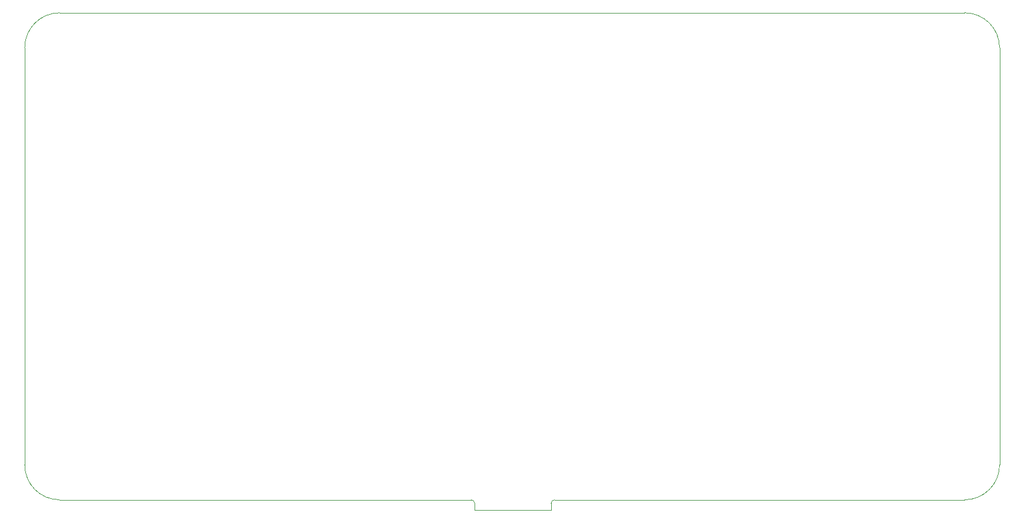
<source format=gbr>
%TF.GenerationSoftware,KiCad,Pcbnew,(6.0.4-0)*%
%TF.CreationDate,2022-06-17T16:33:18+02:00*%
%TF.ProjectId,GlowSignMainPCB No battery,476c6f77-5369-4676-9e4d-61696e504342,rev?*%
%TF.SameCoordinates,Original*%
%TF.FileFunction,Profile,NP*%
%FSLAX46Y46*%
G04 Gerber Fmt 4.6, Leading zero omitted, Abs format (unit mm)*
G04 Created by KiCad (PCBNEW (6.0.4-0)) date 2022-06-17 16:33:18*
%MOMM*%
%LPD*%
G01*
G04 APERTURE LIST*
%TA.AperFunction,Profile*%
%ADD10C,0.100000*%
%TD*%
G04 APERTURE END LIST*
D10*
X145615534Y-132505534D02*
X145615534Y-131505534D01*
X86015534Y-61005534D02*
X216015534Y-61005534D01*
X216015534Y-131005534D02*
X157115534Y-131005534D01*
X145615466Y-131505534D02*
G75*
G03*
X145115534Y-131005534I-499966J34D01*
G01*
X86015534Y-61005534D02*
G75*
G03*
X81015534Y-66005534I-4J-4999996D01*
G01*
X81015534Y-126005534D02*
X81015534Y-66005534D01*
X156615534Y-131505534D02*
X156615534Y-132505534D01*
X156615534Y-132505534D02*
X145615534Y-132505534D01*
X81015466Y-126005534D02*
G75*
G03*
X86015534Y-131005534I5000034J34D01*
G01*
X216015534Y-131005534D02*
G75*
G03*
X221015534Y-126005534I-34J5000034D01*
G01*
X157115534Y-131005534D02*
G75*
G03*
X156615534Y-131505534I-34J-499966D01*
G01*
X221015534Y-66005534D02*
X221015534Y-126005534D01*
X145115534Y-131005534D02*
X86015534Y-131005534D01*
X221015466Y-66005534D02*
G75*
G03*
X216015534Y-61005534I-4999966J34D01*
G01*
M02*

</source>
